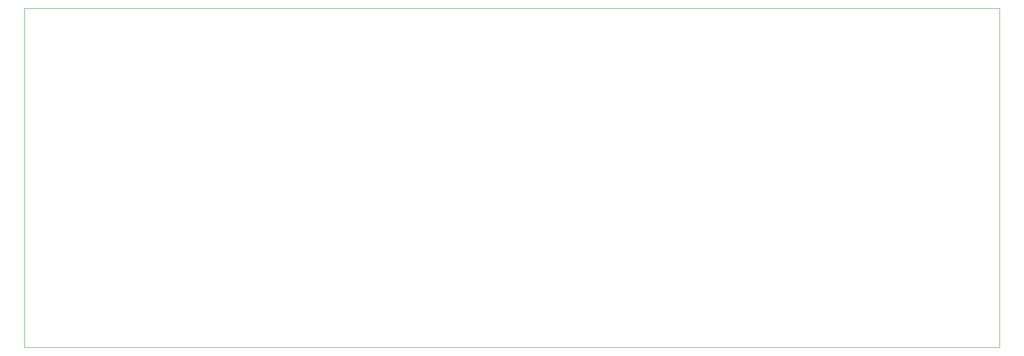
<source format=gbr>
%TF.GenerationSoftware,KiCad,Pcbnew,9.0.0*%
%TF.CreationDate,2025-05-27T07:27:55-06:00*%
%TF.ProjectId,horno_reflujo,686f726e-6f5f-4726-9566-6c756a6f2e6b,rev?*%
%TF.SameCoordinates,Original*%
%TF.FileFunction,Profile,NP*%
%FSLAX46Y46*%
G04 Gerber Fmt 4.6, Leading zero omitted, Abs format (unit mm)*
G04 Created by KiCad (PCBNEW 9.0.0) date 2025-05-27 07:27:55*
%MOMM*%
%LPD*%
G01*
G04 APERTURE LIST*
%TA.AperFunction,Profile*%
%ADD10C,0.050000*%
%TD*%
G04 APERTURE END LIST*
D10*
X29700000Y-23300000D02*
X218694000Y-23300000D01*
X218694000Y-89154000D01*
X29700000Y-89154000D01*
X29700000Y-23300000D01*
M02*

</source>
